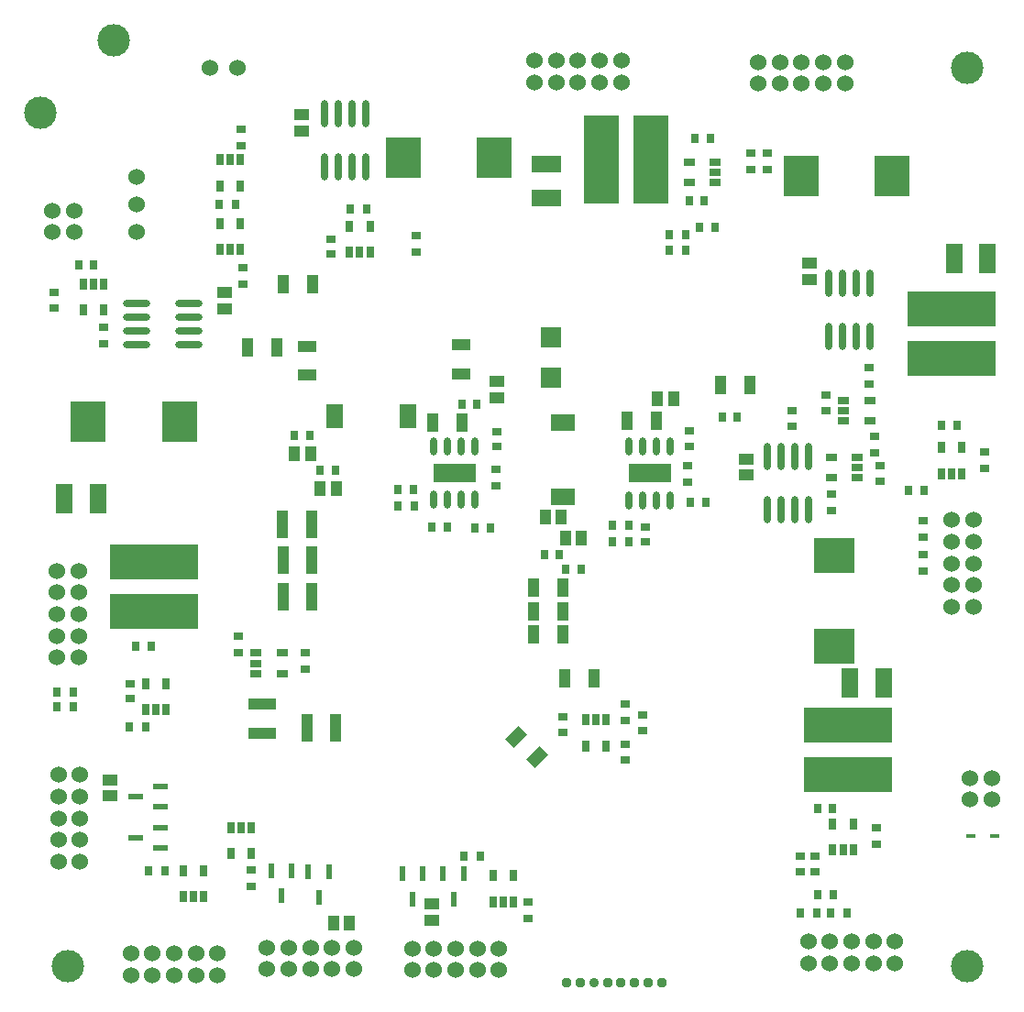
<source format=gbr>
%TF.GenerationSoftware,Altium Limited,Altium Designer,18.1.7 (191)*%
G04 Layer_Color=255*
%FSLAX43Y43*%
%MOMM*%
%TF.FileFunction,Pads,Top*%
%TF.Part,Single*%
G01*
G75*
%TA.AperFunction,SMDPad,CuDef*%
%ADD11R,3.300X8.200*%
%ADD12R,3.300X3.700*%
%ADD13R,1.700X1.100*%
%ADD14R,8.200X3.300*%
%ADD15R,1.450X0.600*%
%ADD16R,0.900X0.700*%
%ADD17R,4.000X1.750*%
%ADD18O,0.700X1.700*%
%ADD19R,0.600X1.450*%
%ADD20R,0.650X1.100*%
%ADD21R,1.100X1.400*%
%ADD22R,1.950X1.900*%
%ADD23R,0.700X0.900*%
%ADD24R,0.900X0.800*%
%ADD25R,0.800X0.900*%
%ADD26O,0.700X2.500*%
%ADD27O,2.500X0.700*%
%ADD28R,1.100X0.650*%
%ADD29R,3.700X3.300*%
%ADD30R,1.400X1.100*%
%ADD31R,1.100X2.600*%
%ADD32R,1.500X2.800*%
%ADD33R,2.800X1.500*%
%ADD34R,1.600X2.200*%
%ADD35R,2.200X1.600*%
%ADD36R,0.850X0.450*%
%ADD37R,1.100X1.700*%
G04:AMPARAMS|DCode=38|XSize=1.7mm|YSize=1.1mm|CornerRadius=0mm|HoleSize=0mm|Usage=FLASHONLY|Rotation=45.000|XOffset=0mm|YOffset=0mm|HoleType=Round|Shape=Rectangle|*
%AMROTATEDRECTD38*
4,1,4,-0.212,-0.990,-0.990,-0.212,0.212,0.990,0.990,0.212,-0.212,-0.990,0.0*
%
%ADD38ROTATEDRECTD38*%

%ADD39R,2.600X1.100*%
%TA.AperFunction,ViaPad*%
%ADD54C,3.000*%
%TA.AperFunction,ComponentPad*%
%ADD55C,1.524*%
%ADD56C,0.950*%
%ADD57C,0.900*%
D11*
X53975Y79300D02*
D03*
X58575D02*
D03*
D12*
X72417Y77744D02*
D03*
X80817D02*
D03*
X6600Y55075D02*
D03*
X15000D02*
D03*
X44075Y79425D02*
D03*
X35675D02*
D03*
D13*
X26775Y59325D02*
D03*
Y62025D02*
D03*
X41050Y62175D02*
D03*
Y59475D02*
D03*
D14*
X76750Y22425D02*
D03*
Y27025D02*
D03*
X12675Y37500D02*
D03*
Y42100D02*
D03*
X86325Y65475D02*
D03*
Y60875D02*
D03*
D15*
X10950Y20400D02*
D03*
X13300Y21350D02*
D03*
Y19450D02*
D03*
X10950Y16600D02*
D03*
X13300Y17550D02*
D03*
Y15650D02*
D03*
D16*
X26625Y32175D02*
D03*
Y33675D02*
D03*
X21675Y12125D02*
D03*
Y13625D02*
D03*
X47175Y9175D02*
D03*
Y10675D02*
D03*
X50425Y27825D02*
D03*
Y26325D02*
D03*
X56225Y28950D02*
D03*
Y27450D02*
D03*
X20875Y67775D02*
D03*
Y69275D02*
D03*
X20500Y35250D02*
D03*
Y33750D02*
D03*
X20750Y80550D02*
D03*
Y82050D02*
D03*
X75250Y48325D02*
D03*
Y46825D02*
D03*
X72375Y13450D02*
D03*
Y14950D02*
D03*
X79250Y52200D02*
D03*
Y53700D02*
D03*
X79350Y16050D02*
D03*
Y17550D02*
D03*
X36925Y70725D02*
D03*
Y72225D02*
D03*
X69300Y79825D02*
D03*
Y78325D02*
D03*
X67825Y78325D02*
D03*
Y79825D02*
D03*
X8050Y63750D02*
D03*
Y62250D02*
D03*
X3425Y67025D02*
D03*
Y65525D02*
D03*
X78750Y58550D02*
D03*
Y60050D02*
D03*
X71625Y54600D02*
D03*
Y56100D02*
D03*
X83700Y41275D02*
D03*
Y42775D02*
D03*
Y44400D02*
D03*
Y45900D02*
D03*
X89375Y50725D02*
D03*
Y52225D02*
D03*
X44225Y49125D02*
D03*
Y50625D02*
D03*
X61950Y49475D02*
D03*
Y50975D02*
D03*
D17*
X58450Y50300D02*
D03*
X40450Y50325D02*
D03*
D18*
X56517Y47790D02*
D03*
X57787D02*
D03*
X59057D02*
D03*
X60327D02*
D03*
X56517Y52740D02*
D03*
X57787D02*
D03*
X59057D02*
D03*
X60327D02*
D03*
X42327Y52765D02*
D03*
X41057D02*
D03*
X39787D02*
D03*
X38517D02*
D03*
X42327Y47815D02*
D03*
X41057D02*
D03*
X39787D02*
D03*
X38517D02*
D03*
D19*
X28825Y13475D02*
D03*
X26925D02*
D03*
X27875Y11125D02*
D03*
X37500Y13300D02*
D03*
X35600D02*
D03*
X36550Y10950D02*
D03*
X25375Y13600D02*
D03*
X23475D02*
D03*
X24425Y11250D02*
D03*
X41275Y13300D02*
D03*
X39375D02*
D03*
X40325Y10950D02*
D03*
D20*
X21650Y15175D02*
D03*
X19750D02*
D03*
Y17575D02*
D03*
X20700D02*
D03*
X21650D02*
D03*
X20650Y76825D02*
D03*
X18750D02*
D03*
Y79225D02*
D03*
X19700D02*
D03*
X20650D02*
D03*
X18750Y73350D02*
D03*
X20650D02*
D03*
Y70950D02*
D03*
X19700D02*
D03*
X18750D02*
D03*
X75350Y17900D02*
D03*
X77250D02*
D03*
Y15500D02*
D03*
X76300D02*
D03*
X75350D02*
D03*
X11900Y30825D02*
D03*
X13800D02*
D03*
Y28425D02*
D03*
X12850D02*
D03*
X11900D02*
D03*
X85400Y52650D02*
D03*
X87300D02*
D03*
Y50250D02*
D03*
X86350D02*
D03*
X85400D02*
D03*
X30725Y70700D02*
D03*
X31675D02*
D03*
X32625D02*
D03*
Y73100D02*
D03*
X30725D02*
D03*
X8025Y67750D02*
D03*
X7075D02*
D03*
X6125D02*
D03*
Y65350D02*
D03*
X8025D02*
D03*
X43975Y10700D02*
D03*
X44925D02*
D03*
X45875D02*
D03*
Y13100D02*
D03*
X43975D02*
D03*
X54425Y25100D02*
D03*
X52525D02*
D03*
Y27500D02*
D03*
X53475D02*
D03*
X54425D02*
D03*
X15375Y13600D02*
D03*
X17275D02*
D03*
Y11200D02*
D03*
X16325D02*
D03*
X15375D02*
D03*
D21*
X30725Y8775D02*
D03*
X29225D02*
D03*
X48800Y46275D02*
D03*
X50300D02*
D03*
X25650Y52050D02*
D03*
X27150D02*
D03*
X60675Y57200D02*
D03*
X59175D02*
D03*
X28000Y48875D02*
D03*
X29500D02*
D03*
X52150Y44325D02*
D03*
X50650D02*
D03*
D22*
X49350Y62825D02*
D03*
Y59075D02*
D03*
D23*
X35175Y47250D02*
D03*
X36675D02*
D03*
X36650Y48800D02*
D03*
X35150D02*
D03*
X55000Y45450D02*
D03*
X56500D02*
D03*
Y43925D02*
D03*
X55000D02*
D03*
X41275Y14900D02*
D03*
X42775D02*
D03*
X72400Y9675D02*
D03*
X73900D02*
D03*
X75150D02*
D03*
X76650D02*
D03*
X64100Y81200D02*
D03*
X62600D02*
D03*
X10400Y26875D02*
D03*
X11900D02*
D03*
X10950Y34300D02*
D03*
X12450D02*
D03*
X82325Y48700D02*
D03*
X83825D02*
D03*
X3700Y30075D02*
D03*
X5200D02*
D03*
Y28675D02*
D03*
X3700D02*
D03*
X64525Y73025D02*
D03*
X63025D02*
D03*
X32275Y74700D02*
D03*
X30775D02*
D03*
X18700Y75100D02*
D03*
X20200D02*
D03*
X13675Y13575D02*
D03*
X12175D02*
D03*
X60275Y70900D02*
D03*
X61775D02*
D03*
X60275Y72350D02*
D03*
X61775D02*
D03*
D24*
X58025Y45325D02*
D03*
Y43925D02*
D03*
X62150Y52775D02*
D03*
Y54175D02*
D03*
X44300Y52750D02*
D03*
Y54150D02*
D03*
X79750Y49550D02*
D03*
Y50950D02*
D03*
X10475Y29450D02*
D03*
Y30850D02*
D03*
X74750Y57475D02*
D03*
Y56075D02*
D03*
X28975Y70525D02*
D03*
Y71925D02*
D03*
X73675Y13500D02*
D03*
Y14900D02*
D03*
X57800Y26550D02*
D03*
Y27950D02*
D03*
X56150Y25225D02*
D03*
Y23825D02*
D03*
D25*
X63600Y47600D02*
D03*
X62200D02*
D03*
X39750Y45325D02*
D03*
X38350D02*
D03*
X43725Y45250D02*
D03*
X42325D02*
D03*
X63475Y75450D02*
D03*
X62075D02*
D03*
X73950Y19300D02*
D03*
X75350D02*
D03*
X86800Y54725D02*
D03*
X85400D02*
D03*
X5700Y69500D02*
D03*
X7100D02*
D03*
X75400Y11325D02*
D03*
X74000D02*
D03*
X65150Y55475D02*
D03*
X66550D02*
D03*
X41100Y56675D02*
D03*
X42500D02*
D03*
X27050Y53775D02*
D03*
X25650D02*
D03*
X28000Y50600D02*
D03*
X29400D02*
D03*
X50725Y41450D02*
D03*
X52125D02*
D03*
X50100Y42800D02*
D03*
X48700D02*
D03*
D26*
X78780Y67800D02*
D03*
X77510D02*
D03*
X76240D02*
D03*
X74970D02*
D03*
X78780Y62900D02*
D03*
X77510D02*
D03*
X76240D02*
D03*
X74970D02*
D03*
X73130Y51800D02*
D03*
X71860D02*
D03*
X70590D02*
D03*
X69320D02*
D03*
X73130Y46900D02*
D03*
X71860D02*
D03*
X70590D02*
D03*
X69320D02*
D03*
X32255Y83475D02*
D03*
X30985D02*
D03*
X29715D02*
D03*
X28445D02*
D03*
X32255Y78575D02*
D03*
X30985D02*
D03*
X29715D02*
D03*
X28445D02*
D03*
D27*
X15925Y62195D02*
D03*
Y63465D02*
D03*
Y64735D02*
D03*
Y66005D02*
D03*
X11025Y62195D02*
D03*
Y63465D02*
D03*
Y64735D02*
D03*
Y66005D02*
D03*
D28*
X78775Y57025D02*
D03*
Y55125D02*
D03*
X76375D02*
D03*
Y56075D02*
D03*
Y57025D02*
D03*
X62075Y77150D02*
D03*
Y79050D02*
D03*
X64475D02*
D03*
Y78100D02*
D03*
Y77150D02*
D03*
X77600Y49850D02*
D03*
Y50800D02*
D03*
Y51750D02*
D03*
X75200D02*
D03*
Y49850D02*
D03*
X22100Y33675D02*
D03*
Y32725D02*
D03*
Y31775D02*
D03*
X24500D02*
D03*
Y33675D02*
D03*
D29*
X75500Y34300D02*
D03*
Y42700D02*
D03*
D30*
X38350Y8975D02*
D03*
Y10475D02*
D03*
X26325Y81875D02*
D03*
Y83375D02*
D03*
X67375Y50100D02*
D03*
Y51600D02*
D03*
X73225Y69675D02*
D03*
Y68175D02*
D03*
X19200Y66950D02*
D03*
Y65450D02*
D03*
X8570Y20475D02*
D03*
Y21975D02*
D03*
X44300Y57250D02*
D03*
Y58750D02*
D03*
D31*
X26775Y26775D02*
D03*
X29475D02*
D03*
X27250Y45575D02*
D03*
X24550D02*
D03*
X27275Y42300D02*
D03*
X24575D02*
D03*
X27275Y38875D02*
D03*
X24575D02*
D03*
D32*
X76925Y30950D02*
D03*
X80025D02*
D03*
X7475Y47900D02*
D03*
X4375D02*
D03*
X86565Y70150D02*
D03*
X89665D02*
D03*
D33*
X48875Y78825D02*
D03*
Y75725D02*
D03*
D34*
X36150Y55550D02*
D03*
X29350D02*
D03*
D35*
X50425Y54925D02*
D03*
Y48125D02*
D03*
D36*
X88075Y16775D02*
D03*
X90325D02*
D03*
D37*
X27325Y67725D02*
D03*
X24625D02*
D03*
X56400Y55125D02*
D03*
X59100D02*
D03*
X67725Y58450D02*
D03*
X65025D02*
D03*
X38437Y54950D02*
D03*
X41137D02*
D03*
X21275Y61875D02*
D03*
X23975D02*
D03*
X47750Y39750D02*
D03*
X50450D02*
D03*
X47725Y37500D02*
D03*
X50425D02*
D03*
X47700Y35375D02*
D03*
X50400D02*
D03*
X50575Y31325D02*
D03*
X53275D02*
D03*
D38*
X46145Y25930D02*
D03*
X48055Y24020D02*
D03*
D39*
X22675Y29000D02*
D03*
Y26300D02*
D03*
D54*
X8925Y90300D02*
D03*
X4725Y4725D02*
D03*
X87775Y4725D02*
D03*
X87775Y87750D02*
D03*
X2200Y83575D02*
D03*
D55*
X36525Y4400D02*
D03*
Y6400D02*
D03*
X38525Y4400D02*
D03*
Y6400D02*
D03*
X40525Y4400D02*
D03*
Y6400D02*
D03*
X42525Y4400D02*
D03*
Y6400D02*
D03*
X44525Y4400D02*
D03*
Y6400D02*
D03*
X47825Y86400D02*
D03*
Y88400D02*
D03*
X49825Y86400D02*
D03*
Y88400D02*
D03*
X51825Y86400D02*
D03*
Y88400D02*
D03*
X53825Y86400D02*
D03*
Y88400D02*
D03*
X55825Y86400D02*
D03*
Y88400D02*
D03*
X23125Y4492D02*
D03*
Y6492D02*
D03*
X25125Y4492D02*
D03*
Y6492D02*
D03*
X27125Y4492D02*
D03*
Y6492D02*
D03*
X29125Y4492D02*
D03*
Y6492D02*
D03*
X31125Y4492D02*
D03*
Y6492D02*
D03*
X10525Y3900D02*
D03*
Y5900D02*
D03*
X12525Y3900D02*
D03*
Y5900D02*
D03*
X14525Y3900D02*
D03*
Y5900D02*
D03*
X16525Y3900D02*
D03*
Y5900D02*
D03*
X18525Y3900D02*
D03*
Y5900D02*
D03*
X5825Y14425D02*
D03*
X3825D02*
D03*
X5825Y16425D02*
D03*
X3825D02*
D03*
X5825Y18425D02*
D03*
X3825D02*
D03*
X5825Y20425D02*
D03*
X3825D02*
D03*
X5825Y22425D02*
D03*
X3825D02*
D03*
X5275Y72550D02*
D03*
Y74550D02*
D03*
X3275Y72550D02*
D03*
Y74550D02*
D03*
X11025Y72560D02*
D03*
Y75100D02*
D03*
Y77640D02*
D03*
X73100Y5025D02*
D03*
Y7025D02*
D03*
X75100Y5025D02*
D03*
Y7025D02*
D03*
X77100Y5025D02*
D03*
Y7025D02*
D03*
X79100Y5025D02*
D03*
Y7025D02*
D03*
X81100Y5025D02*
D03*
Y7025D02*
D03*
X3700Y33275D02*
D03*
Y35275D02*
D03*
Y39275D02*
D03*
X5700Y35275D02*
D03*
X3700Y37275D02*
D03*
X5700Y33275D02*
D03*
Y37275D02*
D03*
X3700Y41275D02*
D03*
X5700Y39275D02*
D03*
Y41275D02*
D03*
X88325Y37950D02*
D03*
X86325D02*
D03*
X88325Y39950D02*
D03*
X86325D02*
D03*
X88325Y41950D02*
D03*
X86325D02*
D03*
X88325Y43950D02*
D03*
X86325D02*
D03*
X88325Y45950D02*
D03*
X86325D02*
D03*
X17825Y87725D02*
D03*
X20350D02*
D03*
X68475Y86279D02*
D03*
Y88279D02*
D03*
X70475Y86279D02*
D03*
Y88279D02*
D03*
X72475Y86279D02*
D03*
Y88279D02*
D03*
X74475Y86279D02*
D03*
Y88279D02*
D03*
X76475Y86279D02*
D03*
Y88279D02*
D03*
X88050Y22150D02*
D03*
Y20150D02*
D03*
X90050Y22150D02*
D03*
Y20150D02*
D03*
D56*
X59550Y3225D02*
D03*
X58300D02*
D03*
X57050D02*
D03*
X55800D02*
D03*
X54550D02*
D03*
X52050D02*
D03*
X50800D02*
D03*
D57*
X53300D02*
D03*
%TF.MD5,5a7d2115d3b7527d08ab4c3572faa89e*%
M02*

</source>
